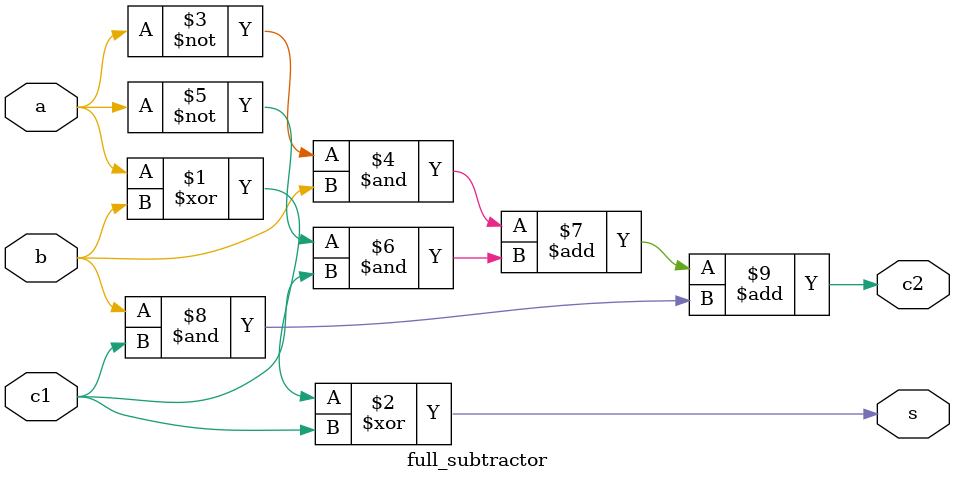
<source format=v>
module full_subtractor(a, b, s, c1, c2);

    input a, b, c1;
    output s, c2;

    assign s = a ^ b ^ c1;
    assign c2 = (~a & b) + (~a & c1) + (b & c1);

endmodule
</source>
